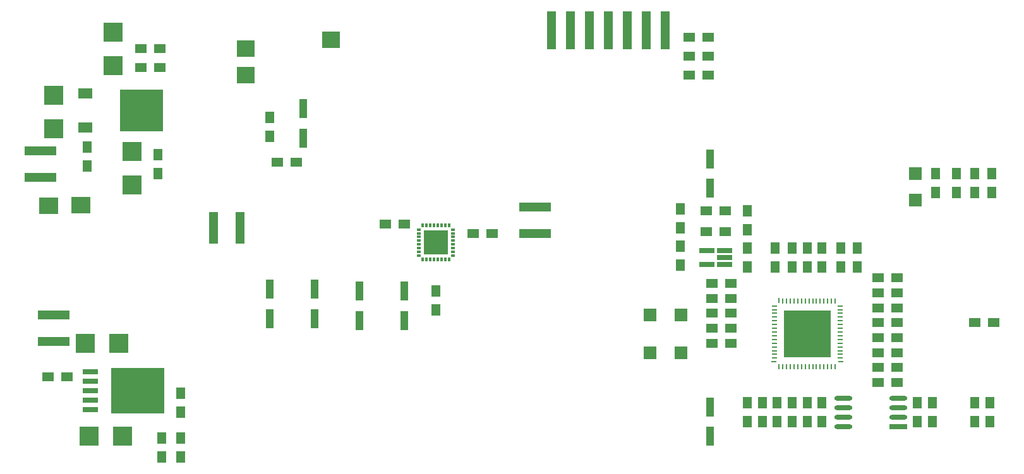
<source format=gtp>
%FSTAX24Y24*%
%MOIN*%
%SFA1B1*%

%IPPOS*%
%ADD10R,0.050000X0.060000*%
%ADD11R,0.045000X0.170000*%
%ADD12R,0.060000X0.050000*%
%ADD13R,0.094000X0.025000*%
%ADD14O,0.094000X0.025000*%
%ADD15R,0.040000X0.100000*%
%ADD16R,0.071000X0.071000*%
%ADD17R,0.011000X0.031500*%
%ADD18R,0.031500X0.011000*%
%ADD19R,0.011000X0.027600*%
%ADD20R,0.027600X0.011000*%
%ADD21R,0.250000X0.250000*%
%ADD22R,0.065000X0.065000*%
%ADD23R,0.080000X0.025000*%
%ADD24R,0.050000X0.200000*%
%ADD25R,0.094500X0.088600*%
%ADD26R,0.098400X0.098400*%
%ADD27R,0.230000X0.220000*%
%ADD28R,0.072000X0.056000*%
%ADD29R,0.098400X0.090500*%
%ADD30R,0.170000X0.045000*%
%ADD31R,0.098400X0.098400*%
%ADD32R,0.280000X0.240000*%
%ADD33R,0.080000X0.030000*%
%ADD34R,0.019700X0.011800*%
%ADD35R,0.023600X0.011800*%
%ADD36R,0.011800X0.019700*%
%ADD37R,0.011800X0.023600*%
%ADD38R,0.126000X0.126000*%
%LNpcb1-1*%
%LPD*%
G36*
X15124Y082362D02*
X151123D01*
Y082598*
X15124*
Y082362*
G37*
G36*
X151437Y082598D02*
Y082362D01*
X15132*
Y082598*
X151437*
G37*
G36*
X15188Y082549D02*
X151703D01*
Y082608*
X15188*
Y082549*
G37*
G36*
X150453Y082362D02*
X150333D01*
Y082598*
X150453*
Y082362*
G37*
G36*
X150846D02*
X150728D01*
Y082598*
X150846*
Y082362*
G37*
G36*
X151043Y082598D02*
Y082362D01*
X150925*
Y082598*
X151043*
G37*
G36*
X150453Y082756D02*
X150334D01*
Y082992*
X150453*
Y082756*
G37*
G36*
X15124Y082993D02*
Y082756D01*
X151123*
Y082993*
X15124*
G37*
G36*
X151437Y082992D02*
Y082756D01*
X151319*
Y082992*
X151437*
G37*
G36*
X150069Y082549D02*
X149892D01*
Y082608*
X150069*
Y082549*
G37*
G36*
X15188Y082746D02*
X151703D01*
Y082805*
X15188*
Y082746*
G37*
G36*
X150069D02*
X149892D01*
Y082805*
X150069*
Y082746*
G37*
G36*
X15065Y082362D02*
X150531D01*
Y082598*
X15065*
Y082362*
G37*
G36*
X151585Y082057D02*
X151604Y082037D01*
Y08188*
X151545*
Y082057*
X151585*
G37*
G36*
X15062Y08188D02*
X150561D01*
Y082057*
X15062*
Y08188*
G37*
G36*
X150817D02*
X150758D01*
Y082057*
X150817*
Y08188*
G37*
G36*
X150226D02*
X150167D01*
Y082037*
X150187Y082057*
X150226*
Y08188*
G37*
G36*
X150423D02*
X150364D01*
Y082057*
X150423*
Y08188*
G37*
G36*
X151407D02*
X151348D01*
Y082057*
X151407*
Y08188*
G37*
G36*
X15188Y082156D02*
X151722D01*
X151703Y082175*
Y082215*
X15188*
Y082156*
G37*
G36*
X150069Y082352D02*
X149892D01*
Y082411*
X150069*
Y082352*
G37*
G36*
X15188D02*
X151703D01*
Y082411*
X15188*
Y082352*
G37*
G36*
X151014Y08188D02*
X150955D01*
Y082057*
X151014*
Y08188*
G37*
G36*
X151211D02*
X151152D01*
Y082057*
X151211*
Y08188*
G37*
G36*
X150069Y082175D02*
X150049Y082156D01*
X149892*
Y082215*
X150069*
Y082175*
G37*
G36*
X15188Y083593D02*
Y083533D01*
X151703*
Y083573*
X151722Y083593*
X15188*
G37*
G36*
X150226Y083868D02*
Y083691D01*
X150187*
X150167Y083711*
Y083868*
X150226*
G37*
G36*
X15062Y083691D02*
X150561D01*
Y083868*
X15062*
Y083691*
G37*
G36*
X150069Y083337D02*
X149892D01*
Y083396*
X150069*
Y083337*
G37*
G36*
X15188D02*
X151703D01*
Y083396*
X15188*
Y083337*
G37*
G36*
X150069Y083573D02*
Y083533D01*
X149892*
Y083593*
X150049*
X150069Y083573*
G37*
G36*
X151407Y083691D02*
X151348D01*
Y083868*
X151407*
Y083691*
G37*
G36*
X151604Y083711D02*
X151585Y083691D01*
X151545*
Y083868*
X151604*
Y083711*
G37*
G36*
X150423Y083868D02*
Y083691D01*
X150364*
Y083868*
X150423*
G37*
G36*
X150817Y083691D02*
X150758D01*
Y083868*
X150817*
Y083691*
G37*
G36*
X151014D02*
X150955D01*
Y083868*
X151014*
Y083691*
G37*
G36*
X151211D02*
X151152D01*
Y083868*
X151211*
Y083691*
G37*
G36*
X151437Y083386D02*
Y08315D01*
X151319*
Y083386*
X151437*
G37*
G36*
X150069Y083002D02*
Y082943D01*
X149892*
Y083002*
X150069*
G37*
G36*
X15188Y082943D02*
X151703D01*
Y083002*
X15188*
Y082943*
G37*
G36*
X150069Y083199D02*
Y08314D01*
X149892*
Y083199*
X150069*
G37*
G36*
X15065Y082756D02*
X150531D01*
Y082992*
X15065*
Y082756*
G37*
G36*
X150846Y082992D02*
Y082756D01*
X150728*
Y082992*
X150846*
G37*
G36*
X151043D02*
Y082756D01*
X150925*
Y082992*
X151043*
G37*
G36*
X150846Y08315D02*
X150728D01*
Y083387*
X150846*
Y08315*
G37*
G36*
X151043Y083387D02*
Y08315D01*
X150925*
Y083387*
X151043*
G37*
G36*
X15124Y08315D02*
X151122D01*
Y083386*
X15124*
Y08315*
G37*
G36*
X15188Y08314D02*
X151703D01*
Y083199*
X15188*
Y08314*
G37*
G36*
X150453Y08315D02*
X150334D01*
Y083387*
X150453*
Y08315*
G37*
G36*
X15065D02*
X150531D01*
Y083387*
X15065*
Y08315*
G37*
G54D10*
X13622Y087508D03*
Y086508D03*
X150886Y080323D03*
Y079323D03*
X180118Y074417D03*
Y073417D03*
X179331Y074417D03*
Y073417D03*
X177067D03*
Y074417D03*
X17628Y073417D03*
Y074417D03*
X17126Y073417D03*
Y074417D03*
X170472Y073417D03*
Y074417D03*
X169685D03*
Y073417D03*
X168898D03*
Y074417D03*
X16811Y073417D03*
Y074417D03*
X167323Y073417D03*
Y074417D03*
X168799Y082587D03*
Y081587D03*
X169685D03*
Y082587D03*
X170472Y081587D03*
Y082587D03*
X17126D03*
Y081587D03*
X172244D03*
Y082587D03*
X17313Y081587D03*
Y082587D03*
X180217Y085524D03*
Y086524D03*
X179331D03*
Y085524D03*
X178346Y086524D03*
Y085524D03*
X177264D03*
Y086524D03*
X167323Y081587D03*
Y082587D03*
Y083555D03*
Y084555D03*
X16378Y082685D03*
Y081685D03*
Y083654D03*
Y084654D03*
X142126Y089476D03*
Y088476D03*
X13248Y087902D03*
Y086902D03*
X137402Y072547D03*
Y071547D03*
X136417D03*
Y072547D03*
X137402Y074909D03*
Y073909D03*
G54D11*
X140562Y083661D03*
X139162D03*
G54D12*
X179323Y078642D03*
X180323D03*
X165445Y077559D03*
X166445D03*
Y078346D03*
X165445D03*
X166445Y079134D03*
X165445D03*
X166445Y079921D03*
X165445D03*
X166445Y080709D03*
X165445D03*
X175205Y075492D03*
X174205D03*
X175205Y07628D03*
X174205D03*
X175205Y077067D03*
X174205D03*
X175205Y077854D03*
X174205D03*
X175205Y078642D03*
X174205D03*
X175205Y079429D03*
X174205D03*
X175205Y080217D03*
X174205D03*
X175205Y081004D03*
X174205D03*
X16615Y083465D03*
X16515D03*
X16615Y084547D03*
X16515D03*
X165264Y091732D03*
X164264D03*
X165264Y092717D03*
X164264D03*
X165264Y093701D03*
X164264D03*
X142512Y087106D03*
X143512D03*
X135327Y092126D03*
X136327D03*
Y09311D03*
X135327D03*
X131406Y075787D03*
X130406D03*
X14822Y083858D03*
X14922D03*
X152846Y083366D03*
X153846D03*
G54D13*
X175269Y073167D03*
G54D14*
X175269Y073667D03*
Y074167D03*
Y074667D03*
X172369D03*
Y074167D03*
Y073667D03*
Y073167D03*
G54D15*
X165354Y0742D03*
Y07265D03*
Y087291D03*
Y085741D03*
X143898Y088398D03*
Y089948D03*
X142126Y078851D03*
Y080401D03*
X144488Y078851D03*
Y080401D03*
X14685Y080303D03*
Y078753D03*
X149213Y080303D03*
Y078753D03*
G54D16*
X162167Y079051D03*
Y077051D03*
X163817D03*
Y079051D03*
G54D17*
X168996Y076321D03*
X169193D03*
X16939D03*
X169587D03*
X169783D03*
X16998D03*
X170177D03*
X170374D03*
X170571D03*
X170768D03*
X170965D03*
X171161D03*
X171358D03*
X171555D03*
X171752D03*
X171949D03*
Y079781D03*
X171752D03*
X171555D03*
X171358D03*
X171161D03*
X170965D03*
X170768D03*
X170571D03*
X170374D03*
X170177D03*
X16998D03*
X169783D03*
X169587D03*
X16939D03*
X169193D03*
G54D18*
X172244Y076575D03*
X172202Y076772D03*
Y076968D03*
Y077165D03*
Y077362D03*
Y077559D03*
Y077756D03*
Y077953D03*
Y07815D03*
Y078346D03*
Y078543D03*
Y07874D03*
Y078937D03*
Y079134D03*
Y079331D03*
Y079528D03*
X168742D03*
Y079331D03*
Y079134D03*
Y078937D03*
Y07874D03*
Y078543D03*
Y078346D03*
Y07815D03*
Y077953D03*
Y077756D03*
Y077559D03*
Y077362D03*
Y077165D03*
Y076968D03*
Y076772D03*
G54D19*
X168996Y079803D03*
G54D20*
X168701Y076575D03*
G54D21*
X170472Y078051D03*
G54D22*
X176181Y086527D03*
Y085127D03*
G54D23*
X166125Y081713D03*
Y082087D03*
Y082461D03*
X165175D03*
Y081713D03*
G54D24*
X162992Y094094D03*
X161992D03*
X160992D03*
X159992D03*
X158992D03*
X157992D03*
X156992D03*
G54D25*
X145354Y093583D03*
X140866Y091732D03*
Y09311D03*
G54D26*
X133858Y09399D03*
Y09223D03*
X130709Y090644D03*
Y088884D03*
X134843Y085931D03*
Y087691D03*
G54D27*
X135348Y089861D03*
G54D28*
X132368Y088941D03*
Y090741D03*
G54D29*
X132149Y084853D03*
X130449Y084833D03*
G54D30*
X13002Y087708D03*
Y086308D03*
X130709Y077646D03*
Y079046D03*
X156102Y083355D03*
Y084755D03*
G54D31*
X134148Y077559D03*
X132388D03*
X134345Y072638D03*
X132585D03*
G54D32*
X135149Y07505D03*
G54D33*
X132649Y07405D03*
Y07455D03*
Y07555D03*
Y07605D03*
Y07505D03*
G54D34*
X151791Y083563D03*
Y082185D03*
X14998D03*
G54D35*
X151791Y083366D03*
Y083169D03*
Y082972D03*
Y082776D03*
Y082579D03*
Y082382D03*
X14998D03*
Y082579D03*
Y082776D03*
Y082972D03*
Y083169D03*
Y083366D03*
Y083563D03*
G54D36*
X151575Y081968D03*
X150197D03*
X151575Y08378D03*
G54D37*
X151378Y081968D03*
X151181D03*
X150984D03*
X150787D03*
X150591D03*
X150394D03*
X150197Y08378D03*
X150394D03*
X150591D03*
X150787D03*
X150984D03*
X151181D03*
X151378D03*
G54D38*
X150886Y082874D03*
M02*
</source>
